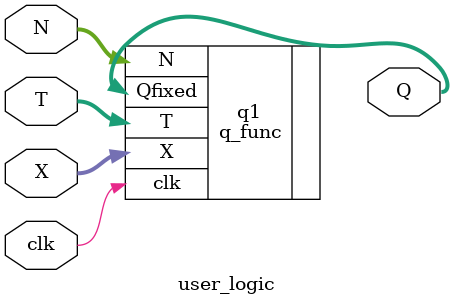
<source format=v>
`timescale 1ns / 1ps


module user_logic(
input clk,
input [31:0]X,N,T,output [31:0]Q

   );
    q_func q1(.clk(clk),.X(X),.N(N),.T(T),.Qfixed(Q));
   
endmodule

</source>
